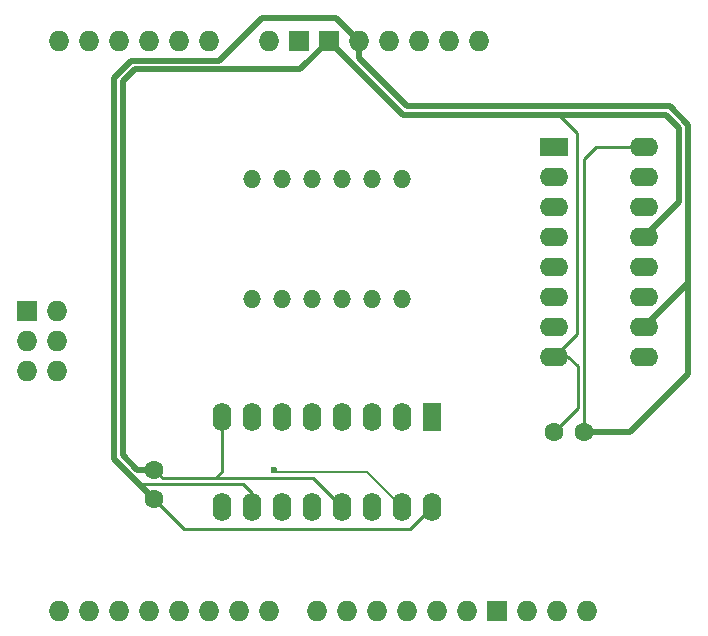
<source format=gtl>
%TF.GenerationSoftware,KiCad,Pcbnew,8.0.8-8.0.8-0~ubuntu24.04.1*%
%TF.CreationDate,2025-02-15T20:19:31-08:00*%
%TF.ProjectId,simple-counter,73696d70-6c65-42d6-936f-756e7465722e,V1.0*%
%TF.SameCoordinates,Original*%
%TF.FileFunction,Copper,L1,Top*%
%TF.FilePolarity,Positive*%
%FSLAX46Y46*%
G04 Gerber Fmt 4.6, Leading zero omitted, Abs format (unit mm)*
G04 Created by KiCad (PCBNEW 8.0.8-8.0.8-0~ubuntu24.04.1) date 2025-02-15 20:19:31*
%MOMM*%
%LPD*%
G01*
G04 APERTURE LIST*
%TA.AperFunction,ComponentPad*%
%ADD10C,1.600000*%
%TD*%
%TA.AperFunction,ComponentPad*%
%ADD11O,1.524000X1.524000*%
%TD*%
%TA.AperFunction,ComponentPad*%
%ADD12O,2.400000X1.600000*%
%TD*%
%TA.AperFunction,ComponentPad*%
%ADD13R,2.400000X1.600000*%
%TD*%
%TA.AperFunction,ComponentPad*%
%ADD14R,1.600000X2.400000*%
%TD*%
%TA.AperFunction,ComponentPad*%
%ADD15O,1.600000X2.400000*%
%TD*%
%TA.AperFunction,FiducialPad,Global*%
%ADD16O,1.727200X1.727200*%
%TD*%
%TA.AperFunction,ComponentPad*%
%ADD17O,1.727200X1.727200*%
%TD*%
%TA.AperFunction,ComponentPad*%
%ADD18R,1.727200X1.727200*%
%TD*%
%TA.AperFunction,ViaPad*%
%ADD19C,0.600000*%
%TD*%
%TA.AperFunction,Conductor*%
%ADD20C,0.500000*%
%TD*%
%TA.AperFunction,Conductor*%
%ADD21C,0.250000*%
%TD*%
%TA.AperFunction,Conductor*%
%ADD22C,0.200000*%
%TD*%
G04 APERTURE END LIST*
D10*
%TO.P,C1,2*%
%TO.N,GND*%
X203397800Y-93965000D03*
%TO.P,C1,1*%
%TO.N,/+5V*%
X205897800Y-93965000D03*
%TD*%
%TO.P,C2,1*%
%TO.N,/+5V*%
X169545000Y-99675000D03*
%TO.P,C2,2*%
%TO.N,GND*%
X169545000Y-97175000D03*
%TD*%
D11*
%TO.P,DS1,12,D1*%
%TO.N,/QA-D1*%
X177800000Y-72517000D03*
%TO.P,DS1,11,A*%
%TO.N,/QA-A*%
X180340000Y-72517000D03*
%TO.P,DS1,10,F*%
%TO.N,/QF-F*%
X182880000Y-72517000D03*
%TO.P,DS1,9,D2*%
%TO.N,/QB-D2*%
X185420000Y-72517000D03*
%TO.P,DS1,8,D3*%
%TO.N,/QC-D3*%
X187960000Y-72517000D03*
%TO.P,DS1,7,B*%
%TO.N,/QB-B*%
X190500000Y-72517000D03*
%TO.P,DS1,6,D4*%
%TO.N,/QD-D4*%
X190500000Y-82677000D03*
%TO.P,DS1,5,G*%
%TO.N,/QG-G*%
X187960000Y-82677000D03*
%TO.P,DS1,4,C*%
%TO.N,/QC-C*%
X185420000Y-82677000D03*
%TO.P,DS1,3,DP*%
%TO.N,/QH-DP*%
X182880000Y-82677000D03*
%TO.P,DS1,2,D*%
%TO.N,/QD-D*%
X180340000Y-82677000D03*
%TO.P,DS1,1,E*%
%TO.N,/QE-E*%
X177800000Y-82677000D03*
%TD*%
D12*
%TO.P,U1,16,VCC*%
%TO.N,/+5V*%
X210982800Y-69850000D03*
%TO.P,U1,15,QA*%
%TO.N,/QA-D1*%
X210982800Y-72390000D03*
%TO.P,U1,14,SER*%
%TO.N,Net-(U1-SER)*%
X210982800Y-74930000D03*
%TO.P,U1,13,~{OE}*%
%TO.N,GND*%
X210982800Y-77470000D03*
%TO.P,U1,12,RCLK*%
%TO.N,/RCLK*%
X210982800Y-80010000D03*
%TO.P,U1,11,SRCLK*%
%TO.N,/SRCLK*%
X210982800Y-82550000D03*
%TO.P,U1,10,~{SRCLR}*%
%TO.N,/+5V*%
X210982800Y-85090000D03*
%TO.P,U1,9,QH'*%
%TO.N,Net-(U1-QH')*%
X210982800Y-87630000D03*
%TO.P,U1,8,GND*%
%TO.N,GND*%
X203362800Y-87630000D03*
%TO.P,U1,7,QH*%
%TO.N,unconnected-(U1-QH-Pad7)*%
X203362800Y-85090000D03*
%TO.P,U1,6,QG*%
%TO.N,unconnected-(U1-QG-Pad6)*%
X203362800Y-82550000D03*
%TO.P,U1,5,QF*%
%TO.N,unconnected-(U1-QF-Pad5)*%
X203362800Y-80010000D03*
%TO.P,U1,4,QE*%
%TO.N,unconnected-(U1-QE-Pad4)*%
X203362800Y-77470000D03*
%TO.P,U1,3,QD*%
%TO.N,/QD-D4*%
X203362800Y-74930000D03*
%TO.P,U1,2,QC*%
%TO.N,/QC-D3*%
X203362800Y-72390000D03*
D13*
%TO.P,U1,1,QB*%
%TO.N,/QB-D2*%
X203362800Y-69850000D03*
%TD*%
D14*
%TO.P,U2,1,QB*%
%TO.N,/QB-B*%
X193025000Y-92695000D03*
D15*
%TO.P,U2,2,QC*%
%TO.N,/QC-C*%
X190485000Y-92695000D03*
%TO.P,U2,3,QD*%
%TO.N,/QD-D*%
X187945000Y-92695000D03*
%TO.P,U2,4,QE*%
%TO.N,/QE-E*%
X185405000Y-92695000D03*
%TO.P,U2,5,QF*%
%TO.N,/QF-F*%
X182865000Y-92695000D03*
%TO.P,U2,6,QG*%
%TO.N,/QG-G*%
X180325000Y-92695000D03*
%TO.P,U2,7,QH*%
%TO.N,/QH-DP*%
X177785000Y-92695000D03*
%TO.P,U2,8,GND*%
%TO.N,GND*%
X175245000Y-92695000D03*
%TO.P,U2,9,QH'*%
%TO.N,unconnected-(U2-QH'-Pad9)*%
X175245000Y-100315000D03*
%TO.P,U2,10,~{SRCLR}*%
%TO.N,/+5V*%
X177785000Y-100315000D03*
%TO.P,U2,11,SRCLK*%
%TO.N,/SRCLK*%
X180325000Y-100315000D03*
%TO.P,U2,12,RCLK*%
%TO.N,/RCLK*%
X182865000Y-100315000D03*
%TO.P,U2,13,~{OE}*%
%TO.N,GND*%
X185405000Y-100315000D03*
%TO.P,U2,14,SER*%
%TO.N,Net-(U1-QH')*%
X187945000Y-100315000D03*
%TO.P,U2,15,QA*%
%TO.N,/QA-A*%
X190485000Y-100315000D03*
%TO.P,U2,16,VCC*%
%TO.N,/+5V*%
X193025000Y-100315000D03*
%TD*%
D16*
%TO.P,A1,*%
%TO.N,*%
X196993184Y-60843385D03*
D17*
%TO.P,A1,3V3,3.3V*%
%TO.N,unconnected-(A1-3.3V-Pad3V3)*%
X189373184Y-60843385D03*
%TO.P,A1,5V1,5V*%
%TO.N,/+5V*%
X186833184Y-60843385D03*
%TO.P,A1,5V2,SPI_5V*%
%TO.N,unconnected-(A1-SPI_5V-Pad5V2)*%
X158766184Y-88783385D03*
%TO.P,A1,A0,A0*%
%TO.N,unconnected-(A1-PadA0)*%
X174133184Y-60843385D03*
%TO.P,A1,A1,A1*%
%TO.N,unconnected-(A1-PadA1)*%
X171593184Y-60843385D03*
%TO.P,A1,A2,A2*%
%TO.N,unconnected-(A1-PadA2)*%
X169053184Y-60843385D03*
%TO.P,A1,A3,A3*%
%TO.N,unconnected-(A1-PadA3)*%
X166513184Y-60843385D03*
%TO.P,A1,A4,A4*%
%TO.N,unconnected-(A1-PadA4)*%
X163973184Y-60843385D03*
D16*
%TO.P,A1,A5,A5*%
%TO.N,unconnected-(A1-PadA5)*%
X161433184Y-60843385D03*
D17*
%TO.P,A1,AREF,AREF*%
%TO.N,unconnected-(A1-PadAREF)*%
X201057184Y-109103385D03*
D16*
%TO.P,A1,D0,D0/RX*%
%TO.N,unconnected-(A1-D0{slash}RX-PadD0)*%
X161433184Y-109103385D03*
D17*
%TO.P,A1,D1,D1/TX*%
%TO.N,unconnected-(A1-D1{slash}TX-PadD1)*%
X163973184Y-109103385D03*
%TO.P,A1,D2,D2_INT0*%
%TO.N,unconnected-(A1-D2_INT0-PadD2)*%
X166513184Y-109103385D03*
%TO.P,A1,D3,D3_INT1*%
%TO.N,unconnected-(A1-D3_INT1-PadD3)*%
X169053184Y-109103385D03*
%TO.P,A1,D4,D4*%
%TO.N,/RCLK*%
X171593184Y-109103385D03*
%TO.P,A1,D5,D5*%
%TO.N,unconnected-(A1-PadD5)*%
X174133184Y-109103385D03*
%TO.P,A1,D6,D6*%
%TO.N,unconnected-(A1-PadD6)*%
X176673184Y-109103385D03*
%TO.P,A1,D7,D7*%
%TO.N,/SRCLK*%
X179213184Y-109103385D03*
%TO.P,A1,D8,D8*%
%TO.N,Net-(U1-SER)*%
X183277184Y-109103385D03*
%TO.P,A1,D9,D9*%
%TO.N,unconnected-(A1-PadD9)*%
X185817184Y-109103385D03*
%TO.P,A1,D10,D10_CS*%
%TO.N,unconnected-(A1-D10_CS-PadD10)*%
X188357184Y-109103385D03*
%TO.P,A1,D11,D11*%
%TO.N,unconnected-(A1-PadD11)*%
X190897184Y-109103385D03*
%TO.P,A1,D12,D12*%
%TO.N,unconnected-(A1-PadD12)*%
X193437184Y-109103385D03*
%TO.P,A1,D13,D13*%
%TO.N,unconnected-(A1-PadD13)*%
X195977184Y-109103385D03*
D18*
%TO.P,A1,GND1,GND*%
%TO.N,unconnected-(A1-GND-PadGND1)*%
X198517184Y-109103385D03*
%TO.P,A1,GND2,GND*%
%TO.N,GND*%
X184293184Y-60843385D03*
%TO.P,A1,GND3,GND*%
%TO.N,unconnected-(A1-GND-PadGND3)*%
X181753184Y-60843385D03*
%TO.P,A1,GND4,SPI_GND*%
%TO.N,unconnected-(A1-SPI_GND-PadGND4)*%
X158766184Y-83703385D03*
D17*
%TO.P,A1,IORF,IOREF*%
%TO.N,unconnected-(A1-IOREF-PadIORF)*%
X194453184Y-60843385D03*
%TO.P,A1,MISO,SPI_MISO*%
%TO.N,unconnected-(A1-SPI_MISO-PadMISO)*%
X161306184Y-88783385D03*
%TO.P,A1,MOSI,SPI_MOSI*%
%TO.N,unconnected-(A1-SPI_MOSI-PadMOSI)*%
X158766184Y-86243385D03*
%TO.P,A1,RST1,RESET*%
%TO.N,unconnected-(A1-RESET-PadRST1)*%
X191913184Y-60843385D03*
%TO.P,A1,RST2,SPI_RESET*%
%TO.N,unconnected-(A1-SPI_RESET-PadRST2)*%
X161306184Y-83703385D03*
%TO.P,A1,SCK,SPI_SCK*%
%TO.N,unconnected-(A1-SPI_SCK-PadSCK)*%
X161306184Y-86243385D03*
D16*
%TO.P,A1,SCL,SCL*%
%TO.N,unconnected-(A1-PadSCL)*%
X206137184Y-109103385D03*
D17*
%TO.P,A1,SDA,SDA*%
%TO.N,unconnected-(A1-PadSDA)*%
X203597184Y-109103385D03*
%TO.P,A1,VIN,VIN*%
%TO.N,unconnected-(A1-PadVIN)*%
X179213184Y-60843385D03*
%TD*%
D19*
%TO.N,/QA-A*%
X179705000Y-97155000D03*
%TD*%
D20*
%TO.N,/+5V*%
X186833184Y-60843385D02*
X186833184Y-62322725D01*
X186833184Y-62322725D02*
X190918059Y-66407600D01*
X190918059Y-66407600D02*
X213188060Y-66407600D01*
X213188060Y-66407600D02*
X214727100Y-67946640D01*
X214727100Y-67946640D02*
X214727100Y-89046500D01*
X214727100Y-89046500D02*
X209808600Y-93965000D01*
X209808600Y-93965000D02*
X205897800Y-93965000D01*
%TO.N,GND*%
X184293184Y-60843385D02*
X190607399Y-67157600D01*
X190607399Y-67157600D02*
X212877400Y-67157600D01*
X212877400Y-67157600D02*
X213977100Y-68257300D01*
X213977100Y-68257300D02*
X213977100Y-74475700D01*
X213977100Y-74475700D02*
X210982800Y-77470000D01*
D21*
%TO.N,/+5V*%
X172028800Y-102158800D02*
X169545000Y-99675000D01*
D20*
X168285000Y-98415000D02*
X169545000Y-99675000D01*
D21*
X172028800Y-102158800D02*
X191181200Y-102158800D01*
X168285000Y-98415000D02*
X177086600Y-98415000D01*
D20*
X184905799Y-58916000D02*
X186833184Y-60843385D01*
X175006000Y-62534800D02*
X178624800Y-58916000D01*
X167557659Y-62534800D02*
X175006000Y-62534800D01*
X166128000Y-96258000D02*
X166128000Y-63964459D01*
X168285000Y-98415000D02*
X166128000Y-96258000D01*
X166128000Y-63964459D02*
X167557659Y-62534800D01*
X178624800Y-58916000D02*
X184905799Y-58916000D01*
D21*
X191181200Y-102158800D02*
X193025000Y-100315000D01*
X177086600Y-98415000D02*
X177785000Y-99113400D01*
X177785000Y-99113400D02*
X177785000Y-100315000D01*
D20*
X214727100Y-81345700D02*
X210982800Y-85090000D01*
D21*
%TO.N,GND*%
X203362800Y-87630000D02*
X204597000Y-87630000D01*
X204597000Y-87630000D02*
X205397800Y-88430800D01*
X205397800Y-91985000D02*
X203417800Y-93965000D01*
X205397800Y-88430800D02*
X205397800Y-91985000D01*
%TO.N,/+5V*%
X210982800Y-69850000D02*
X206933800Y-69850000D01*
X206933800Y-69850000D02*
X205897800Y-70886000D01*
X205897800Y-70886000D02*
X205897800Y-93965000D01*
%TO.N,GND*%
X175245000Y-97357500D02*
X174687500Y-97915000D01*
X175245000Y-92695000D02*
X175245000Y-97357500D01*
X185405000Y-100315000D02*
X183005000Y-97915000D01*
D22*
%TO.N,/QA-A*%
X179705000Y-97155000D02*
X179905000Y-97355000D01*
X179905000Y-97355000D02*
X187525000Y-97355000D01*
X187525000Y-97355000D02*
X190485000Y-100315000D01*
D20*
%TO.N,GND*%
X184293184Y-60843385D02*
X181851769Y-63284800D01*
X181851769Y-63284800D02*
X167868319Y-63284800D01*
X167868319Y-63284800D02*
X166878000Y-64275119D01*
X166878000Y-64275119D02*
X166878000Y-95947340D01*
X166878000Y-95947340D02*
X168105660Y-97175000D01*
D21*
X169545000Y-97175000D02*
X169530000Y-97190000D01*
D20*
X168105660Y-97175000D02*
X169545000Y-97175000D01*
D21*
X183005000Y-97915000D02*
X173045400Y-97915000D01*
X173045400Y-97915000D02*
X170285000Y-97915000D01*
X170285000Y-97915000D02*
X169545000Y-97175000D01*
X205337600Y-68660200D02*
X203835000Y-67157600D01*
X205337600Y-85655200D02*
X205337600Y-68660200D01*
X203362800Y-87630000D02*
X205337600Y-85655200D01*
%TD*%
M02*

</source>
